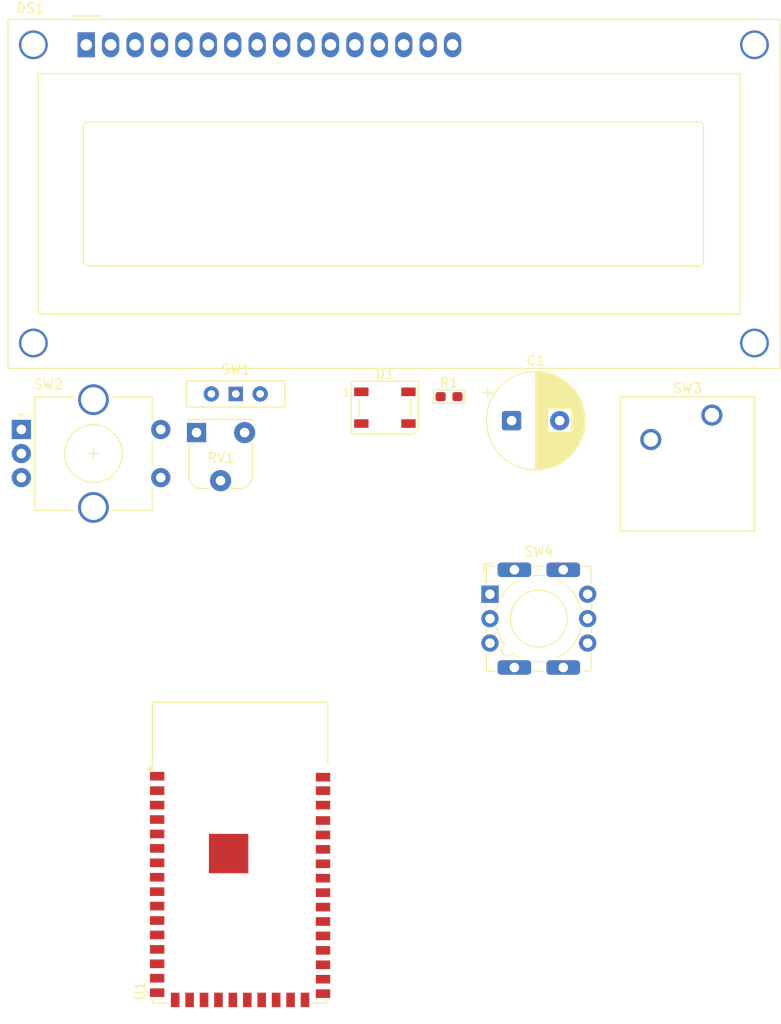
<source format=kicad_pcb>
(kicad_pcb (version 20241229) (generator "pcbnew") (generator_version "9.0")
  (layers (0 "F.Cu" signal) (2 "B.Cu" signal) (13 "F.Paste" user) (15 "B.Paste" user) (5 "F.SilkS" user "F.Silkscreen") (7 "B.SilkS" user "B.Silkscreen") (1 "F.Mask" user) (3 "B.Mask" user) (25 "Edge.Cuts" user))
  (net 0 "")
  (net 1 "Net-(C1-Pad2)")
  (net 2 "/5v_led_booster/VDD")
  (net 3 "VSS")
  (net 4 "/key_switch/LED_DOUT")
  (net 5 "/key_switch/LED_DIN")
  (net 6 "/key_switch/VDD_led")
  (net 11 "Net-(DS1-LED(+))")
  (net 12 "Net-(DS1-VDD)")
  (net 21 "GND")
  (net 22 "/5v_led_booster/VSS")
  (net 24 "/display/VDD_SCREEN")
  (net 25 "/system_speech/MP")
  (net 26 "/system_speech/VSS - WINDOWS")
  (net 27 "/system_speech/VSS - LINUX")
  (net 28 "/system_speech/VSS - MAC")
  (net 29 "/system_speech/VCC")
  (net 30 "/system_speech/VSS - RAW")
  (net 32 "/logic/ID41")
  (net 33 "/logic/GND")
  (net 34 "/logic/EN")
  (net 35 "/logic/ID16")
  (net 36 "/logic/USB_D +")
  (net 37 "/logic/USB_D -")
  (net 38 "/logic/ID08")
  (net 39 "/logic/ID14")
  (net 40 "/logic/ID02")
  (net 41 "/logic/ID34")
  (net 42 "/logic/ID09")
  (net 43 "/logic/ID33")
  (net 44 "/logic/ID39")
  (net 45 "/logic/ID07")
  (net 46 "/logic/ID40")
  (net 47 "/logic/ID42")
  (net 48 "/logic/ID06")
  (net 49 "/logic/ID36")
  (net 50 "/logic/ID21")
  (net 51 "/logic/ID03")
  (net 52 "/logic/TXD0")
  (net 53 "/logic/ID01")
  (net 54 "/logic/3v3")
  (net 55 "/logic/ID05")
  (net 56 "/logic/ID38")
  (net 57 "/logic/ID00")
  (net 58 "/logic/ID45")
  (net 59 "/logic/ID11")
  (net 60 "/logic/ID18")
  (net 61 "/logic/ID13")
  (net 62 "/logic/ID35")
  (net 63 "/logic/RXD0")
  (net 64 "/logic/ID37")
  (net 65 "/logic/ID04")
  (net 66 "/logic/ID15")
  (net 67 "/logic/ID46")
  (net 68 "/logic/ID10")
  (net 69 "/logic/ID12")
  (net 70 "/logic/ID17")
  (net 71 "/logic/ID26")
  (net 74 "/display/SW1_IN")
  (net 76 "/display/SW1_OUT")
  (net 78 "/key_switch/VDD_SW")
  (net 79 "/key_switch/GND")
  (footprint "PCM_SL_Devices:Potentiometer_RM065" (layer "F.Cu") (at 85.39 76.27)
    (property "Reference" "RV1" (at 0 0.6 0) (layer "F.SilkS"))
    (property "Value" "potentiometer_RM065")
    (fp_line (start -3.34 -3.4) (end -3.34 -3.2) (stroke (width 0.12)) (layer "F.SilkS"))
    (fp_line (start -3.34 -3.4) (end 3.28 -3.4) (stroke (width 0.12)) (layer "F.SilkS"))
    (fp_line (start -3.34 2.47) (end -3.34 -0.9) (stroke (width 0.12)) (layer "F.SilkS"))
    (fp_line (start -1.2 3.78) (end -2.03 3.78) (stroke (width 0.12)) (layer "F.SilkS"))
    (fp_line (start 1.97 3.78) (end 1.1 3.78) (stroke (width 0.12)) (layer "F.SilkS"))
    (fp_line (start 3.28 -3.4) (end 3.28 -3.2) (stroke (width 0.12)) (layer "F.SilkS"))
    (fp_line (start 3.28 -0.9) (end 3.28 2.47) (stroke (width 0.12)) (layer "F.SilkS"))
    (fp_arc (start -2.03 3.78) (mid -2.95631 3.39631) (end -3.34 2.47) (stroke (width 0.12)) (layer "F.SilkS"))
    (fp_arc (start 3.28 2.47) (mid 2.89631 3.39631) (end 1.97 3.78) (stroke (width 0.12)) (layer "F.SilkS"))
    (pad "1" thru_hole rect (at -2.53 -2.03) (size 2 2) (drill 1) (layers "*.Cu" "*.Mask") (net 11 "Net-(DS1-LED(+))"))
    (pad "2" thru_hole circle (at -0.03 2.97) (size 2.2 2.2) (drill 1) (layers "*.Cu" "*.Mask"))
    (pad "3" thru_hole circle (at 2.47 -2.03) (size 2.2 2.2) (drill 1) (layers "*.Cu" "*.Mask") (net 12 "Net-(DS1-VDD)"))
  )
  (footprint "Display:WC1602A" (layer "F.Cu") (at 71.39 33.925)
    (property "Reference" "DS1" (at -5.82 -3.81 0) (layer "F.SilkS"))
    (property "Value" "WC1602A")
    (fp_line (start -8.14 -2.64) (end -8.14 33.64) (stroke (width 0.12)) (layer "F.SilkS"))
    (fp_line (start -8.14 33.64) (end 72.14 33.64) (stroke (width 0.12)) (layer "F.SilkS"))
    (fp_line (start -8.13 -2.64) (end -7.34 -2.64) (stroke (width 0.12)) (layer "F.SilkS"))
    (fp_line (start -5 3) (end 68 3) (stroke (width 0.12)) (layer "F.SilkS"))
    (fp_line (start -5 28) (end -5 3) (stroke (width 0.12)) (layer "F.SilkS"))
    (fp_line (start -1.5 -3) (end 1.5 -3) (stroke (width 0.12)) (layer "F.SilkS"))
    (fp_line (start -0.29972 22.49932) (end -0.29972 8.5) (stroke (width 0.12)) (layer "F.SilkS"))
    (fp_line (start 0.2 8) (end 63.7 8) (stroke (width 0.12)) (layer "F.SilkS"))
    (fp_line (start 63.70066 23) (end 0.2 23) (stroke (width 0.12)) (layer "F.SilkS"))
    (fp_line (start 64.2 8.5) (end 64.2 22.5) (stroke (width 0.12)) (layer "F.SilkS"))
    (fp_line (start 68 3) (end 68 28) (stroke (width 0.12)) (layer "F.SilkS"))
    (fp_line (start 68 28) (end -5 28) (stroke (width 0.12)) (layer "F.SilkS"))
    (fp_line (start 72.14 -2.64) (end -7.34 -2.64) (stroke (width 0.12)) (layer "F.SilkS"))
    (fp_line (start 72.14 33.64) (end 72.14 -2.64) (stroke (width 0.12)) (layer "F.SilkS"))
    (fp_arc (start -0.29972 8.49884) (mid -0.153162 8.145018) (end 0.20066 7.99846) (stroke (width 0.12)) (layer "F.SilkS"))
    (fp_arc (start 0.20066 22.9997) (mid -0.153162 22.853142) (end -0.29972 22.49932) (stroke (width 0.12)) (layer "F.SilkS"))
    (fp_arc (start 63.7 8) (mid 64.053553 8.146447) (end 64.2 8.5) (stroke (width 0.12)) (layer "F.SilkS"))
    (fp_arc (start 64.20104 22.49932) (mid 64.054482 22.853142) (end 63.70066 22.9997) (stroke (width 0.12)) (layer "F.SilkS"))
    (pad "" thru_hole circle (at -5.4991 0) (size 3 3) (drill 2.5) (layers "*.Cu" "*.Mask"))
    (pad "" thru_hole circle (at -5.4991 31.0007) (size 3 3) (drill 2.5) (layers "*.Cu" "*.Mask"))
    (pad "" thru_hole circle (at 69.49948 31.0007) (size 3 3) (drill 2.5) (layers "*.Cu" "*.Mask"))
    (pad "" thru_hole circle (at 69.5 0) (size 3 3) (drill 2.5) (layers "*.Cu" "*.Mask"))
    (pad "1" thru_hole rect (at 0 0) (size 1.8 2.6) (drill 1.2) (layers "*.Cu" "*.Mask") (net 3 "VSS"))
    (pad "2" thru_hole oval (at 2.54 0) (size 1.8 2.6) (drill 1.2) (layers "*.Cu" "*.Mask") (net 12 "Net-(DS1-VDD)"))
    (pad "3" thru_hole oval (at 5.08 0) (size 1.8 2.6) (drill 1.2) (layers "*.Cu" "*.Mask"))
    (pad "4" thru_hole oval (at 7.62 0) (size 1.8 2.6) (drill 1.2) (layers "*.Cu" "*.Mask"))
    (pad "5" thru_hole oval (at 10.16 0) (size 1.8 2.6) (drill 1.2) (layers "*.Cu" "*.Mask"))
    (pad "6" thru_hole oval (at 12.7 0) (size 1.8 2.6) (drill 1.2) (layers "*.Cu" "*.Mask"))
    (pad "7" thru_hole oval (at 15.24 0) (size 1.8 2.6) (drill 1.2) (layers "*.Cu" "*.Mask"))
    (pad "8" thru_hole oval (at 17.78 0) (size 1.8 2.6) (drill 1.2) (layers "*.Cu" "*.Mask"))
    (pad "9" thru_hole oval (at 20.32 0) (size 1.8 2.6) (drill 1.2) (layers "*.Cu" "*.Mask"))
    (pad "10" thru_hole oval (at 22.86 0) (size 1.8 2.6) (drill 1.2) (layers "*.Cu" "*.Mask"))
    (pad "11" thru_hole oval (at 25.4 0) (size 1.8 2.6) (drill 1.2) (layers "*.Cu" "*.Mask"))
    (pad "12" thru_hole oval (at 27.94 0) (size 1.8 2.6) (drill 1.2) (layers "*.Cu" "*.Mask"))
    (pad "13" thru_hole oval (at 30.48 0) (size 1.8 2.6) (drill 1.2) (layers "*.Cu" "*.Mask"))
    (pad "14" thru_hole oval (at 33.02 0) (size 1.8 2.6) (drill 1.2) (layers "*.Cu" "*.Mask"))
    (pad "15" thru_hole oval (at 35.56 0) (size 1.8 2.6) (drill 1.2) (layers "*.Cu" "*.Mask") (net 11 "Net-(DS1-LED(+))"))
    (pad "16" thru_hole oval (at 38.1 0) (size 1.8 2.6) (drill 1.2) (layers "*.Cu" "*.Mask") (net 21 "GND"))
  )
  (footprint "PCM_Resistor_SMD_AKL:R_0603_1608Metric_Pad1.05x0.95mm_HandSolder" (layer "F.Cu") (at 109.125 70.5)
    (property "Reference" "R1" (at 0 -1.43 0) (layer "F.SilkS"))
    (property "Value" "330R_0603")
    (fp_line (start -1.651 -0.6985) (end -1.651 0.6985) (stroke (width 0.12)) (layer "F.SilkS"))
    (fp_line (start -1.651 0.6985) (end 1.651 0.6985) (stroke (width 0.12)) (layer "F.SilkS"))
    (fp_line (start 1.651 -0.6985) (end -1.651 -0.6985) (stroke (width 0.12)) (layer "F.SilkS"))
    (fp_line (start 1.651 0.6985) (end 1.651 -0.6985) (stroke (width 0.12)) (layer "F.SilkS"))
    (pad "1" smd roundrect (at -0.875 0) (size 1.05 0.95) (layers "F.Cu" "F.Mask" "F.Paste") (net 22 "/5v_led_booster/VSS"))
    (pad "2" smd roundrect (at 0.875 0) (size 1.05 0.95) (layers "F.Cu" "F.Mask" "F.Paste") (net 1 "Net-(C1-Pad2)"))
  )
  (footprint "Button_Switch_Keyboard:SW_Cherry_MX_1.00u_PCB" (layer "F.Cu") (at 136.46 72.42)
    (property "Reference" "SW3" (at -2.54 -2.794 0) (layer "F.SilkS"))
    (property "Value" "SW_SPST")
    (fp_line (start -9.525 -1.905) (end 4.445 -1.905) (stroke (width 0.12)) (layer "F.SilkS"))
    (fp_line (start -9.525 12.065) (end -9.525 -1.905) (stroke (width 0.12)) (layer "F.SilkS"))
    (fp_line (start 4.445 -1.905) (end 4.445 12.065) (stroke (width 0.12)) (layer "F.SilkS"))
    (fp_line (start 4.445 12.065) (end -9.525 12.065) (stroke (width 0.12)) (layer "F.SilkS"))
    (pad "" np_thru_hole circle (at -7.62 5.08) (size 1.7 1.7) (drill 1.7) (layers "*.Cu" "*.Mask"))
    (pad "" np_thru_hole circle (at -2.54 5.08) (size 4 4) (drill 4) (layers "*.Cu" "*.Mask"))
    (pad "" np_thru_hole circle (at 2.54 5.08) (size 1.7 1.7) (drill 1.7) (layers "*.Cu" "*.Mask"))
    (pad "1" thru_hole circle (at 0 0) (size 2.2 2.2) (drill 1.5) (layers "*.Cu" "*.Mask") (net 78 "/key_switch/VDD_SW"))
    (pad "2" thru_hole circle (at -6.35 2.54) (size 2.2 2.2) (drill 1.5) (layers "*.Cu" "*.Mask") (net 79 "/key_switch/GND"))
  )
  (footprint "Button_Switch_THT:SW_Slide-03_Wuerth-WS-SLTV_10x2.5x6.4_P2.54mm" (layer "F.Cu") (at 86.94 70.22)
    (property "Reference" "SW1" (at 0 -2.54 0) (layer "F.SilkS"))
    (property "Value" "SW_Wuerth_450301014042")
    (fp_rect (start -5.11 -1.36) (end 5.11 1.36) (stroke (width 0.12)) (fill no) (layer "F.SilkS"))
    (pad "1" thru_hole rect (at 0 0) (size 1.5 1.5) (drill 0.8) (layers "*.Cu" "*.Mask") (net 24 "/display/VDD_SCREEN"))
    (pad "2" thru_hole circle (at -2.54 0) (size 1.6 1.6) (drill 0.8) (layers "*.Cu" "*.Mask") (net 12 "Net-(DS1-VDD)"))
    (pad "3" thru_hole circle (at 2.54 0) (size 1.6 1.6) (drill 0.8) (layers "*.Cu" "*.Mask") (net 21 "GND"))
  )
  (footprint "RF_Module:ESP32-S2-WROVER" (layer "F.Cu") (at 87.39 121.74)
    (property "Reference" "U1" (at -10.41 10.53 90) (layer "F.SilkS"))
    (property "Value" "ESP32-S2-WROVER")
    (fp_line (start -9.125 -19.45) (end 9.13 -19.45) (stroke (width 0.12)) (layer "F.SilkS"))
    (fp_line (start -9.125 -13.2) (end -9.125 -19.45) (stroke (width 0.12)) (layer "F.SilkS"))
    (fp_line (start -9.12 11.44) (end -9.12 11.8) (stroke (width 0.12)) (layer "F.SilkS"))
    (fp_line (start -9.12 11.8) (end -7.46 11.8) (stroke (width 0.12)) (layer "F.SilkS"))
    (fp_line (start 9.12 11.54) (end 9.12 11.8) (stroke (width 0.12)) (layer "F.SilkS"))
    (fp_line (start 9.12 11.8) (end 7.46 11.8) (stroke (width 0.12)) (layer "F.SilkS"))
    (fp_line (start 9.13 -13.03) (end 9.13 -19.45) (stroke (width 0.12)) (layer "F.SilkS"))
    (fp_poly (pts (xy -9.125 -12.475) (xy -9.625 -12.475) (xy -9.125 -12.975) (xy -9.125 -12.475)) (stroke (width 0.12)) (fill yes) (layer "F.SilkS"))
    (pad "1" smd rect (at -8.625 -11.775) (size 1.5 0.9) (layers "F.Cu" "F.Mask" "F.Paste") (net 33 "/logic/GND"))
    (pad "2" smd rect (at -8.625 -10.275) (size 1.5 0.9) (layers "F.Cu" "F.Mask" "F.Paste") (net 54 "/logic/3v3"))
    (pad "3" smd rect (at -8.625 -8.775) (size 1.5 0.9) (layers "F.Cu" "F.Mask" "F.Paste") (net 57 "/logic/ID00"))
    (pad "4" smd rect (at -8.625 -7.275) (size 1.5 0.9) (layers "F.Cu" "F.Mask" "F.Paste") (net 53 "/logic/ID01"))
    (pad "5" smd rect (at -8.625 -5.775) (size 1.5 0.9) (layers "F.Cu" "F.Mask" "F.Paste") (net 40 "/logic/ID02"))
    (pad "6" smd rect (at -8.625 -4.275) (size 1.5 0.9) (layers "F.Cu" "F.Mask" "F.Paste") (net 51 "/logic/ID03"))
    (pad "7" smd rect (at -8.625 -2.775) (size 1.5 0.9) (layers "F.Cu" "F.Mask" "F.Paste") (net 65 "/logic/ID04"))
    (pad "8" smd rect (at -8.625 -1.275) (size 1.5 0.9) (layers "F.Cu" "F.Mask" "F.Paste") (net 55 "/logic/ID05"))
    (pad "9" smd rect (at -8.625 0.225) (size 1.5 0.9) (layers "F.Cu" "F.Mask" "F.Paste") (net 48 "/logic/ID06"))
    (pad "10" smd rect (at -8.625 1.725) (size 1.5 0.9) (layers "F.Cu" "F.Mask" "F.Paste") (net 45 "/logic/ID07"))
    (pad "11" smd rect (at -8.625 3.225) (size 1.5 0.9) (layers "F.Cu" "F.Mask" "F.Paste") (net 38 "/logic/ID08"))
    (pad "12" smd rect (at -8.625 4.725) (size 1.5 0.9) (layers "F.Cu" "F.Mask" "F.Paste") (net 42 "/logic/ID09"))
    (pad "13" smd rect (at -8.625 6.225) (size 1.5 0.9) (layers "F.Cu" "F.Mask" "F.Paste") (net 68 "/logic/ID10"))
    (pad "14" smd rect (at -8.625 7.725) (size 1.5 0.9) (layers "F.Cu" "F.Mask" "F.Paste") (net 59 "/logic/ID11"))
    (pad "15" smd rect (at -8.625 9.225 180) (size 1.5 0.9) (layers "F.Cu" "F.Mask" "F.Paste") (net 69 "/logic/ID12"))
    (pad "16" smd rect (at -8.625 10.725 180) (size 1.5 0.9) (layers "F.Cu" "F.Mask" "F.Paste") (net 61 "/logic/ID13"))
    (pad "17" smd rect (at -6.75 11.475) (size 0.9 1.5) (layers "F.Cu" "F.Mask" "F.Paste") (net 39 "/logic/ID14"))
    (pad "18" smd rect (at -5.25 11.475) (size 0.9 1.5) (layers "F.Cu" "F.Mask" "F.Paste") (net 66 "/logic/ID15"))
    (pad "19" smd rect (at -3.75 11.475) (size 0.9 1.5) (layers "F.Cu" "F.Mask" "F.Paste") (net 35 "/logic/ID16"))
    (pad "20" smd rect (at -2.25 11.475) (size 0.9 1.5) (layers "F.Cu" "F.Mask" "F.Paste") (net 70 "/logic/ID17"))
    (pad "21" smd rect (at -0.75 11.475) (size 0.9 1.5) (layers "F.Cu" "F.Mask" "F.Paste") (net 60 "/logic/ID18"))
    (pad "22" smd rect (at 0.75 11.475) (size 0.9 1.5) (layers "F.Cu" "F.Mask" "F.Paste") (net 37 "/logic/USB_D -"))
    (pad "23" smd rect (at 2.25 11.475) (size 0.9 1.5) (layers "F.Cu" "F.Mask" "F.Paste") (net 36 "/logic/USB_D +"))
    (pad "24" smd rect (at 3.75 11.475) (size 0.9 1.5) (layers "F.Cu" "F.Mask" "F.Paste") (net 50 "/logic/ID21"))
    (pad "25" smd rect (at 5.25 11.475) (size 0.9 1.5) (layers "F.Cu" "F.Mask" "F.Paste") (net 71 "/logic/ID26"))
    (pad "26" smd rect (at 6.75 11.475) (size 0.9 1.5) (layers "F.Cu" "F.Mask" "F.Paste") (net 33 "/logic/GND"))
    (pad "27" smd rect (at 8.625 10.825) (size 1.5 0.9) (layers "F.Cu" "F.Mask" "F.Paste") (net 43 "/logic/ID33"))
    (pad "28" smd rect (at 8.625 9.325) (size 1.5 0.9) (layers "F.Cu" "F.Mask" "F.Paste") (net 41 "/logic/ID34"))
    (pad "29" smd rect (at 8.625 7.825) (size 1.5 0.9) (layers "F.Cu" "F.Mask" "F.Paste") (net 62 "/logic/ID35"))
    (pad "30" smd rect (at 8.625 6.325) (size 1.5 0.9) (layers "F.Cu" "F.Mask" "F.Paste") (net 49 "/logic/ID36"))
    (pad "31" smd rect (at 8.625 4.825) (size 1.5 0.9) (layers "F.Cu" "F.Mask" "F.Paste") (net 64 "/logic/ID37"))
    (pad "32" smd rect (at 8.625 3.325) (size 1.5 0.9) (layers "F.Cu" "F.Mask" "F.Paste") (net 56 "/logic/ID38"))
    (pad "33" smd rect (at 8.625 1.825) (size 1.5 0.9) (layers "F.Cu" "F.Mask" "F.Paste") (net 44 "/logic/ID39"))
    (pad "34" smd rect (at 8.625 0.325) (size 1.5 0.9) (layers "F.Cu" "F.Mask" "F.Paste") (net 46 "/logic/ID40"))
    (pad "35" smd rect (at 8.625 -1.175) (size 1.5 0.9) (layers "F.Cu" "F.Mask" "F.Paste") (net 32 "/logic/ID41"))
    (pad "36" smd rect (at 8.625 -2.675) (size 1.5 0.9) (layers "F.Cu" "F.Mask" "F.Paste") (net 47 "/logic/ID42"))
    (pad "37" smd rect (at 8.625 -4.175) (size 1.5 0.9) (layers "F.Cu" "F.Mask" "F.Paste") (net 52 "/logic/TXD0"))
    (pad "38" smd rect (at 8.625 -5.675) (size 1.5 0.9) (layers "F.Cu" "F.Mask" "F.Paste") (net 63 "/logic/RXD0"))
    (pad "39" smd rect (at 8.625 -7.175) (size 1.5 0.9) (layers "F.Cu" "F.Mask" "F.Paste") (net 58 "/logic/ID45"))
    (pad "40" smd rect (at 8.625 -8.775) (size 1.5 0.9) (layers "F.Cu" "F.Mask" "F.Paste") (net 67 "/logic/ID46"))
    (pad "41" smd rect (at 8.625 -10.275) (size 1.5 0.9) (layers "F.Cu" "F.Mask" "F.Paste") (net 34 "/logic/EN"))
    (pad "42" smd rect (at 8.625 -11.675) (size 1.5 0.9) (layers "F.Cu" "F.Mask" "F.Paste") (net 33 "/logic/GND"))
    (pad "43" smd rect (at -1.19 -3.735) (size 4.1 4.1) (property pad_prop_heatsink) (layers "F.Cu" "F.Mask") (net 33 "/logic/GND"))
  )
  (footprint "Capacitor_THT:CP_Radial_D10.0mm_P5.00mm" (layer "F.Cu") (at 115.632323 73)
    (property "Reference" "C1" (at 2.5 -6.25 0) (layer "F.SilkS"))
    (property "Value" "1000uF_16V")
    (fp_line (start -2.979646 -2.875) (end -1.979646 -2.875) (stroke (width 0.12)) (layer "F.SilkS"))
    (fp_line (start -2.479646 -3.375) (end -2.479646 -2.375) (stroke (width 0.12)) (layer "F.SilkS"))
    (fp_line (start 2.5 -5.08) (end 2.5 5.08) (stroke (width 0.12)) (layer "F.SilkS"))
    (fp_line (start 2.54 -5.08) (end 2.54 5.08) (stroke (width 0.12)) (layer "F.SilkS"))
    (fp_line (start 2.58 -5.079) (end 2.58 5.079) (stroke (width 0.12)) (layer "F.SilkS"))
    (fp_line (start 2.62 -5.079) (end 2.62 5.079) (stroke (width 0.12)) (layer "F.SilkS"))
    (fp_line (start 2.66 -5.077) (end 2.66 5.077) (stroke (width 0.12)) (layer "F.SilkS"))
    (fp_line (start 2.7 -5.076) (end 2.7 5.076) (stroke (width 0.12)) (layer "F.SilkS"))
    (fp_line (start 2.74 -5.074) (end 2.74 5.074) (stroke (width 0.12)) (layer "F.SilkS"))
    (fp_line (start 2.78 -5.072) (end 2.78 5.072) (stroke (width 0.12)) (layer "F.SilkS"))
    (fp_line (start 2.82 -5.07) (end 2.82 5.07) (stroke (width 0.12)) (layer "F.SilkS"))
    (fp_line (start 2.86 -5.067) (end 2.86 5.067) (stroke (width 0.12)) (layer "F.SilkS"))
    (fp_line (start 2.9 -5.064) (end 2.9 5.064) (stroke (width 0.12)) (layer "F.SilkS"))
    (fp_line (start 2.94 -5.061) (end 2.94 5.061) (stroke (width 0.12)) (layer "F.SilkS"))
    (fp_line (start 2.98 -5.057) (end 2.98 5.057) (stroke (width 0.12)) (layer "F.SilkS"))
    (fp_line (start 3.02 -5.054) (end 3.02 5.054) (stroke (width 0.12)) (layer "F.SilkS"))
    (fp_line (start 3.06 -5.049) (end 3.06 5.049) (stroke (width 0.12)) (layer "F.SilkS"))
    (fp_line (start 3.1 -5.045) (end 3.1 5.045) (stroke (width 0.12)) (layer "F.SilkS"))
    (fp_line (start 3.14 -5.04) (end 3.14 5.04) (stroke (width 0.12)) (layer "F.SilkS"))
    (fp_line (start 3.18 -5.035) (end 3.18 5.035) (stroke (width 0.12)) (layer "F.SilkS"))
    (fp_line (start 3.22 -5.029) (end 3.22 5.029) (stroke (width 0.12)) (layer "F.SilkS"))
    (fp_line (start 3.26 -5.023) (end 3.26 5.023) (stroke (width 0.12)) (layer "F.SilkS"))
    (fp_line (start 3.3 -5.017) (end 3.3 5.017) (stroke (width 0.12)) (layer "F.SilkS"))
    (fp_line (start 3.34 -5.011) (end 3.34 5.011) (stroke (width 0.12)) (layer "F.SilkS"))
    (fp_line (start 3.38 -5.004) (end 3.38 5.004) (stroke (width 0.12)) (layer "F.SilkS"))
    (fp_line (start 3.42 -4.997) (end 3.42 4.997) (stroke (width 0.12)) (layer "F.SilkS"))
    (fp_line (start 3.46 -4.989) (end 3.46 4.989) (stroke (width 0.12)) (layer "F.SilkS"))
    (fp_line (start 3.5 -4.981) (end 3.5 4.981) (stroke (width 0.12)) (layer "F.SilkS"))
    (fp_line (start 3.54 -4.973) (end 3.54 4.973) (stroke (width 0.12)) (layer "F.SilkS"))
    (fp_line (start 3.58 -4.965) (end 3.58 4.965) (stroke (width 0.12)) (layer "F.SilkS"))
    (fp_line (start 3.62 -4.956) (end 3.62 4.956) (stroke (width 0.12)) (layer "F.SilkS"))
    (fp_line (start 3.66 -4.947) (end 3.66 4.947) (stroke (width 0.12)) (layer "F.SilkS"))
    (fp_line (start 3.7 -4.937) (end 3.7 4.937) (stroke (width 0.12)) (layer "F.SilkS"))
    (fp_line (start 3.74 -4.928) (end 3.74 4.928) (stroke (width 0.12)) (layer "F.SilkS"))
    (fp_line (start 3.78 -4.917) (end 3.78 -1.24) (stroke (width 0.12)) (layer "F.SilkS"))
    (fp_line (start 3.78 1.24) (end 3.78 4.917) (stroke (width 0.12)) (layer "F.SilkS"))
    (fp_line (start 3.82 -4.907) (end 3.82 -1.24) (stroke (width 0.12)) (layer "F.SilkS"))
    (fp_line (start 3.82 1.24) (end 3.82 4.907) (stroke (width 0.12)) (layer "F.SilkS"))
    (fp_line (start 3.86 -4.896) (end 3.86 -1.24) (stroke (width 0.12)) (layer "F.SilkS"))
    (fp_line (start 3.86 1.24) (end 3.86 4.896) (stroke (width 0.12)) (layer "F.SilkS"))
    (fp_line (start 3.9 -4.885) (end 3.9 -1.24) (stroke (width 0.12)) (layer "F.SilkS"))
    (fp_line (start 3.9 1.24) (end 3.9 4.885) (stroke (width 0.12)) (layer "F.SilkS"))
    (fp_line (start 3.94 -4.873) (end 3.94 -1.24) (stroke (width 0.12)) (layer "F.SilkS"))
    (fp_line (start 3.94 1.24) (end 3.94 4.873) (stroke (width 0.12)) (layer "F.SilkS"))
    (fp_line (start 3.98 -4.861) (end 3.98 -1.24) (stroke (width 0.12)) (layer "F.SilkS"))
    (fp_line (start 3.98 1.24) (end 3.98 4.861) (stroke (width 0.12)) (layer "F.SilkS"))
    (fp_line (start 4.02 -4.849) (end 4.02 -1.24) (stroke (width 0.12)) (layer "F.SilkS"))
    (fp_line (start 4.02 1.24) (end 4.02 4.849) (stroke (width 0.12)) (layer "F.SilkS"))
    (fp_line (start 4.06 -4.837) (end 4.06 -1.24) (stroke (width 0.12)) (layer "F.SilkS"))
    (fp_line (start 4.06 1.24) (end 4.06 4.837) (stroke (width 0.12)) (layer "F.SilkS"))
    (fp_line (start 4.1 -4.824) (end 4.1 -1.24) (stroke (width 0.12)) (layer "F.SilkS"))
    (fp_line (start 4.1 1.24) (end 4.1 4.824) (stroke (width 0.12)) (layer "F.SilkS"))
    (fp_line (start 4.14 -4.81) (end 4.14 -1.24) (stroke (width 0.12)) (layer "F.SilkS"))
    (fp_line (start 4.14 1.24) (end 4.14 4.81) (stroke (width 0.12)) (layer "F.SilkS"))
    (fp_line (start 4.18 -4.797) (end 4.18 -1.24) (stroke (width 0.12)) (layer "F.SilkS"))
    (fp_line (start 4.18 1.24) (end 4.18 4.797) (stroke (width 0.12)) (layer "F.SilkS"))
    (fp_line (start 4.22 -4.782) (end 4.22 -1.24) (stroke (width 0.12)) (layer "F.SilkS"))
    (fp_line (start 4.22 1.24) (end 4.22 4.782) (stroke (width 0.12)) (layer "F.SilkS"))
    (fp_line (start 4.26 -4.768) (end 4.26 -1.24) (stroke (width 0.12)) (layer "F.SilkS"))
    (fp_line (start 4.26 1.24) (end 4.26 4.768) (stroke (width 0.12)) (layer "F.SilkS"))
    (fp_line (start 4.3 -4.753) (end 4.3 -1.24) (stroke (width 0.12)) (layer "F.SilkS"))
    (fp_line (start 4.3 1.24) (end 4.3 4.753) (stroke (width 0.12)) (layer "F.SilkS"))
    (fp_line (start 4.34 -4.738) (end 4.34 -1.24) (stroke (width 0.12)) (layer "F.SilkS"))
    (fp_line (start 4.34 1.24) (end 4.34 4.738) (stroke (width 0.12)) (layer "F.SilkS"))
    (fp_line (start 4.38 -4.722) (end 4.38 -1.24) (stroke (width 0.12)) (layer "F.SilkS"))
    (fp_line (start 4.38 1.24) (end 4.38 4.722) (stroke (width 0.12)) (layer "F.SilkS"))
    (fp_line (start 4.42 -4.706) (end 4.42 -1.24) (stroke (width 0.12)) (layer "F.SilkS"))
    (fp_line (start 4.42 1.24) (end 4.42 4.706) (stroke (width 0.12)) (layer "F.SilkS"))
    (fp_line (start 4.46 -4.69) (end 4.46 -1.24) (stroke (width 0.12)) (layer "F.SilkS"))
    (fp_line (start 4.46 1.24) (end 4.46 4.69) (stroke (width 0.12)) (layer "F.SilkS"))
    (fp_line (start 4.5 -4.673) (end 4.5 -1.24) (stroke (width 0.12)) (layer "F.SilkS"))
    (fp_line (start 4.5 1.24) (end 4.5 4.673) (stroke (width 0.12)) (layer "F.SilkS"))
    (fp_line (start 4.54 -4.656) (end 4.54 -1.24) (stroke (width 0.12)) (layer "F.SilkS"))
    (fp_line (start 4.54 1.24) (end 4.54 4.656) (stroke (width 0.12)) (layer "F.SilkS"))
    (fp_line (start 4.58 -4.638) (end 4.58 -1.24) (stroke (width 0.12)) (layer "F.SilkS"))
    (fp_line (start 4.58 1.24) (end 4.58 4.638) (stroke (width 0.12)) (layer "F.SilkS"))
    (fp_line (start 4.62 -4.62) (end 4.62 -1.24) (stroke (width 0.12)) (layer "F.SilkS"))
    (fp_line (start 4.62 1.24) (end 4.62 4.62) (stroke (width 0.12)) (layer "F.SilkS"))
    (fp_line (start 4.66 -4.602) (end 4.66 -1.24) (stroke (width 0.12)) (layer "F.SilkS"))
    (fp_line (start 4.66 1.24) (end 4.66 4.602) (stroke (width 0.12)) (layer "F.SilkS"))
    (fp_line (start 4.7 -4.583) (end 4.7 -1.24) (stroke (width 0.12)) (layer "F.SilkS"))
    (fp_line (start 4.7 1.24) (end 4.7 4.583) (stroke (width 0.12)) (layer "F.SilkS"))
    (fp_line (start 4.74 -4.564) (end 4.74 -1.24) (stroke (width 0.12)) (layer "F.SilkS"))
    (fp_line (start 4.74 1.24) (end 4.74 4.564) (stroke (width 0.12)) (layer "F.SilkS"))
    (fp_line (start 4.78 -4.544) (end 4.78 -1.24) (stroke (width 0.12)) (layer "F.SilkS"))
    (fp_line (start 4.78 1.24) (end 4.78 4.544) (stroke (width 0.12)) (layer "F.SilkS"))
    (fp_line (start 4.82 -4.524) (end 4.82 -1.24) (stroke (width 0.12)) (layer "F.SilkS"))
    (fp_line (start 4.82 1.24) (end 4.82 4.524) (stroke (width 0.12)) (layer "F.SilkS"))
    (fp_line (start 4.86 -4.504) (end 4.86 -1.24) (stroke (width 0.12)) (layer "F.SilkS"))
    (fp_line (start 4.86 1.24) (end 4.86 4.504) (stroke (width 0.12)) (layer "F.SilkS"))
    (fp_line (start 4.9 -4.483) (end 4.9 -1.24) (stroke (width 0.12)) (layer "F.SilkS"))
    (fp_line (start 4.9 1.24) (end 4.9 4.483) (stroke (width 0.12)) (layer "F.SilkS"))
    (fp_line (start 4.94 -4.461) (end 4.94 -1.24) (stroke (width 0.12)) (layer "F.SilkS"))
    (fp_line (start 4.94 1.24) (end 4.94 4.461) (stroke (width 0.12)) (layer "F.SilkS"))
    (fp_line (start 4.98 -4.439) (end 4.98 -1.24) (stroke (width 0.12)) (layer "F.SilkS"))
    (fp_line (start 4.98 1.24) (end 4.98 4.439) (stroke (width 0.12)) (layer "F.SilkS"))
    (fp_line (start 5.02 -4.417) (end 5.02 -1.24) (stroke (width 0.12)) (layer "F.SilkS"))
    (fp_line (start 5.02 1.24) (end 5.02 4.417) (stroke (width 0.12)) (layer "F.SilkS"))
    (fp_line (start 5.06 -4.394) (end 5.06 -1.24) (stroke (width 0.12)) (layer "F.SilkS"))
    (fp_line (start 5.06 1.24) (end 5.06 4.394) (stroke (width 0.12)) (layer "F.SilkS"))
    (fp_line (start 5.1 -4.371) (end 5.1 -1.24) (stroke (width 0.12)) (layer "F.SilkS"))
    (fp_line (start 5.1 1.24) (end 5.1 4.371) (stroke (width 0.12)) (layer "F.SilkS"))
    (fp_line (start 5.14 -4.347) (end 5.14 -1.24) (stroke (width 0.12)) (layer "F.SilkS"))
    (fp_line (start 5.14 1.24) (end 5.14 4.347) (stroke (width 0.12)) (layer "F.SilkS"))
    (fp_line (start 5.18 -4.323) (end 5.18 -1.24) (stroke (width 0.12)) (layer "F.SilkS"))
    (fp_line (start 5.18 1.24) (end 5.18 4.323) (stroke (width 0.12)) (layer "F.SilkS"))
    (fp_line (start 5.22 -4.298) (end 5.22 -1.24) (stroke (width 0.12)) (layer "F.SilkS"))
    (fp_line (start 5.22 1.24) (end 5.22 4.298) (stroke (width 0.12)) (layer "F.SilkS"))
    (fp_line (start 5.26 -4.272) (end 5.26 -1.24) (stroke (width 0.12)) (layer "F.SilkS"))
    (fp_line (start 5.26 1.24) (end 5.26 4.272) (stroke (width 0.12)) (layer "F.SilkS"))
    (fp_line (start 5.3 -4.247) (end 5.3 -1.24) (stroke (width 0.12)) (layer "F.SilkS"))
    (fp_line (start 5.3 1.24) (end 5.3 4.247) (stroke (width 0.12)) (layer "F.SilkS"))
    (fp_line (start 5.34 -4.22) (end 5.34 -1.24) (stroke (width 0.12)) (layer "F.SilkS"))
    (fp_line (start 5.34 1.24) (end 5.34 4.22) (stroke (width 0.12)) (layer "F.SilkS"))
    (fp_line (start 5.38 -4.193) (end 5.38 -1.24) (stroke (width 0.12)) (layer "F.SilkS"))
    (fp_line (start 5.38 1.24) (end 5.38 4.193) (stroke (width 0.12)) (layer "F.SilkS"))
    (fp_line (start 5.42 -4.166) (end 5.42 -1.24) (stroke (width 0.12)) (layer "F.SilkS"))
    (fp_line (start 5.42 1.24) (end 5.42 4.166) (stroke (width 0.12)) (layer "F.SilkS"))
    (fp_line (start 5.46 -4.138) (end 5.46 -1.24) (stroke (width 0.12)) (layer "F.SilkS"))
    (fp_line (start 5.46 1.24) (end 5.46 4.138) (stroke (width 0.12)) (layer "F.SilkS"))
    (fp_line (start 5.5 -4.109) (end 5.5 -1.24) (stroke (width 0.12)) (layer "F.SilkS"))
    (fp_line (start 5.5 1.24) (end 5.5 4.109) (stroke (width 0.12)) (layer "F.SilkS"))
    (fp_line (start 5.54 -4.08) (end 5.54 -1.24) (stroke (width 0.12)) (layer "F.SilkS"))
    (fp_line (start 5.54 1.24) (end 5.54 4.08) (stroke (width 0.12)) (layer "F.SilkS"))
    (fp_line (start 5.58 -4.05) (end 5.58 -1.24) (stroke (width 0.12)) (layer "F.SilkS"))
    (fp_line (start 5.58 1.24) (end 5.58 4.05) (stroke (width 0.12)) (layer "F.SilkS"))
    (fp_line (start 5.62 -4.02) (end 5.62 -1.24) (stroke (width 0.12)) (layer "F.SilkS"))
    (fp_line (start 5.62 1.24) (end 5.62 4.02) (stroke (width 0.12)) (layer "F.SilkS"))
    (fp_line (start 5.66 -3.988) (end 5.66 -1.24) (stroke (width 0.12)) (layer "F.SilkS"))
    (fp_line (start 5.66 1.24) (end 5.66 3.988) (stroke (width 0.12)) (layer "F.SilkS"))
    (fp_line (start 5.7 -3.957) (end 5.7 -1.24) (stroke (width 0.12)) (layer "F.SilkS"))
    (fp_line (start 5.7 1.24) (end 5.7 3.957) (stroke (width 0.12)) (layer "F.SilkS"))
    (fp_line (start 5.74 -3.924) (end 5.74 -1.24) (stroke (width 0.12)) (layer "F.SilkS"))
    (fp_line (start 5.74 1.24) (end 5.74 3.924) (stroke (width 0.12)) (layer "F.SilkS"))
    (fp_line (start 5.78 -3.891) (end 5.78 -1.24) (stroke (width 0.12)) (layer "F.SilkS"))
    (fp_line (start 5.78 1.24) (end 5.78 3.891) (stroke (width 0.12)) (layer "F.SilkS"))
    (fp_line (start 5.82 -3.858) (end 5.82 -1.24) (stroke (width 0.12)) (layer "F.SilkS"))
    (fp_line (start 5.82 1.24) (end 5.82 3.858) (stroke (width 0.12)) (layer "F.SilkS"))
    (fp_line (start 5.86 -3.823) (end 5.86 -1.24) (stroke (width 0.12)) (layer "F.SilkS"))
    (fp_line (start 5.86 1.24) (end 5.86 3.823) (stroke (width 0.12)) (layer "F.SilkS"))
    (fp_line (start 5.9 -3.788) (end 5.9 -1.24) (stroke (width 0.12)) (layer "F.SilkS"))
    (fp_line (start 5.9 1.24) (end 5.9 3.788) (stroke (width 0.12)) (layer "F.SilkS"))
    (fp_line (start 5.94 -3.752) (end 5.94 -1.24) (stroke (width 0.12)) (layer "F.SilkS"))
    (fp_line (start 5.94 1.24) (end 5.94 3.752) (stroke (width 0.12)) (layer "F.SilkS"))
    (fp_line (start 5.98 -3.716) (end 5.98 -1.24) (stroke (width 0.12)) (layer "F.SilkS"))
    (fp_line (start 5.98 1.24) (end 5.98 3.716) (stroke (width 0.12)) (layer "F.SilkS"))
    (fp_line (start 6.02 -3.678) (end 6.02 -1.24) (stroke (width 0.12)) (layer "F.SilkS"))
    (fp_line (start 6.02 1.24) (end 6.02 3.678) (stroke (width 0.12)) (layer "F.SilkS"))
    (fp_line (start 6.06 -3.64) (end 6.06 -1.24) (stroke (width 0.12)) (layer "F.SilkS"))
    (fp_line (start 6.06 1.24) (end 6.06 3.64) (stroke (width 0.12)) (layer "F.SilkS"))
    (fp_line (start 6.1 -3.601) (end 6.1 -1.24) (stroke (width 0.12)) (layer "F.SilkS"))
    (fp_line (start 6.1 1.24) (end 6.1 3.601) (stroke (width 0.12)) (layer "F.SilkS"))
    (fp_line (start 6.14 -3.561) (end 6.14 -1.24) (stroke (width 0.12)) (layer "F.SilkS"))
    (fp_line (start 6.14 1.24) (end 6.14 3.561) (stroke (width 0.12)) (layer "F.SilkS"))
    (fp_line (start 6.18 -3.52) (end 6.18 -1.24) (stroke (width 0.12)) (layer "F.SilkS"))
    (fp_line (start 6.18 1.24) (end 6.18 3.52) (stroke (width 0.12)) (layer "F.SilkS"))
    (fp_line (start 6.22 -3.478) (end 6.22 -1.24) (stroke (width 0.12)) (layer "F.SilkS"))
    (fp_line (start 6.22 1.24) (end 6.22 3.478) (stroke (width 0.12)) (layer "F.SilkS"))
    (fp_line (start 6.26 -3.435) (end 6.26 3.435) (stroke (width 0.12)) (layer "F.SilkS"))
    (fp_line (start 6.3 -3.391) (end 6.3 3.391) (stroke (width 0.12)) (layer "F.SilkS"))
    (fp_line (start 6.34 -3.347) (end 6.34 3.347) (stroke (width 0.12)) (layer "F.SilkS"))
    (fp_line (start 6.38 -3.301) (end 6.38 3.301) (stroke (width 0.12)) (layer "F.SilkS"))
    (fp_line (start 6.42 -3.254) (end 6.42 3.254) (stroke (width 0.12)) (layer "F.SilkS"))
    (fp_line (start 6.46 -3.205) (end 6.46 3.205) (stroke (width 0.12)) (layer "F.SilkS"))
    (fp_line (start 6.5 -3.156) (end 6.5 3.156) (stroke (width 0.12)) (layer "F.SilkS"))
    (fp_line (start 6.54 -3.105) (end 6.54 3.105) (stroke (width 0.12)) (layer "F.SilkS"))
    (fp_line (start 6.58 -3.053) (end 6.58 3.053) (stroke (width 0.12)) (layer "F.SilkS"))
    (fp_line (start 6.62 -3) (end 6.62 3) (stroke (width 0.12)) (layer "F.SilkS"))
    (fp_line (start 6.66 -2.945) (end 6.66 2.945) (stroke (width 0.12)) (layer "F.SilkS"))
    (fp_line (start 6.7 -2.888) (end 6.7 2.888) (stroke (width 0.12)) (layer "F.SilkS"))
    (fp_line (start 6.74 -2.83) (end 6.74 2.83) (stroke (width 0.12)) (layer "F.SilkS"))
    (fp_line (start 6.78 -2.77) (end 6.78 2.77) (stroke (width 0.12)) (layer "F.SilkS"))
    (fp_line (start 6.82 -2.708) (end 6.82 2.708) (stroke (width 0.12)) (layer "F.SilkS"))
    (fp_line (start 6.86 -2.644) (end 6.86 2.644) (stroke (width 0.12)) (layer "F.SilkS"))
    (fp_line (start 6.9 -2.578) (end 6.9 2.578) (stroke (width 0.12)) (layer "F.SilkS"))
    (fp_line (start 6.94 -2.51) (end 6.94 2.51) (stroke (width 0.12)) (layer "F.SilkS"))
    (fp_line (start 6.98 -2.439) (end 6.98 2.439) (stroke (width 0.12)) (layer "F.SilkS"))
    (fp_line (start 7.02 -2.365) (end 7.02 2.365) (stroke (width 0.12)) (layer "F.SilkS"))
    (fp_line (start 7.06 -2.288) (end 7.06 2.288) (stroke (width 0.12)) (layer "F.SilkS"))
    (fp_line (start 7.1 -2.208) (end 7.1 2.208) (stroke (width 0.12)) (layer "F.SilkS"))
    (fp_line (start 7.14 -2.124) (end 7.14 2.124) (stroke (width 0.12)) (layer "F.SilkS"))
    (fp_line (start 7.18 -2.037) (end 7.18 2.037) (stroke (width 0.12)) (layer "F.SilkS"))
    (fp_line (start 7.22 -1.944) (end 7.22 1.944) (stroke (width 0.12)) (layer "F.SilkS"))
    (fp_line (start 7.26 -1.846) (end 7.26 1.846) (stroke (width 0.12)) (layer "F.SilkS"))
    (fp_line (start 7.3 -1.742) (end 7.3 1.742) (stroke (width 0.12)) (layer "F.SilkS"))
    (fp_line (start 7.34 -1.63) (end 7.34 1.63) (stroke (width 0.12)) (layer "F.SilkS"))
    (fp_line (start 7.38 -1.509) (end 7.38 1.509) (stroke (width 0.12)) (layer "F.SilkS"))
    (fp_line (start 7.42 -1.377) (end 7.42 1.377) (stroke (width 0.12)) (layer "F.SilkS"))
    (fp_line (start 7.46 -1.23) (end 7.46 1.23) (stroke (width 0.12)) (layer "F.SilkS"))
    (fp_line (start 7.5 -1.062) (end 7.5 1.062) (stroke (width 0.12)) (layer "F.SilkS"))
    (fp_line (start 7.54 -0.862) (end 7.54 0.862) (stroke (width 0.12)) (layer "F.SilkS"))
    (fp_line (start 7.58 -0.599) (end 7.58 0.599) (stroke (width 0.12)) (layer "F.SilkS"))
    (fp_circle (center 2.5 0) (end 7.62 0) (stroke (width 0.12)) (fill no) (layer "F.SilkS"))
    (pad "1" thru_hole roundrect (at 0 0) (size 2 2) (drill 1) (layers "*.Cu" "*.Mask") (roundrect_rratio 0.125) (net 2 "/5v_led_booster/VDD"))
    (pad "2" thru_hole circle (at 5 0) (size 2 2) (drill 1) (layers "*.Cu" "*.Mask") (net 1 "Net-(C1-Pad2)"))
  )
  (footprint "Rotary_Encoder:RotaryEncoder_Alps_EC11E-Switch_Vertical_H20mm_CircularMountingHoles" (layer "F.Cu") (at 64.64 73.92)
    (property "Reference" "SW2" (at 2.8 -4.7 0) (layer "F.SilkS"))
    (property "Value" "RotaryEncoder_Switch_MP")
    (fp_line (start -0.3 -1.6) (end 0.3 -1.6) (stroke (width 0.12)) (layer "F.SilkS"))
    (fp_line (start 0 -1.3) (end -0.3 -1.6) (stroke (width 0.12)) (layer "F.SilkS"))
    (fp_line (start 0.3 -1.6) (end 0 -1.3) (stroke (width 0.12)) (layer "F.SilkS"))
    (fp_line (start 1.4 -3.4) (end 1.4 8.4) (stroke (width 0.12)) (layer "F.SilkS"))
    (fp_line (start 5.5 -3.4) (end 1.4 -3.4) (stroke (width 0.12)) (layer "F.SilkS"))
    (fp_line (start 5.5 8.4) (end 1.4 8.4) (stroke (width 0.12)) (layer "F.SilkS"))
    (fp_line (start 7 2.5) (end 8 2.5) (stroke (width 0.12)) (layer "F.SilkS"))
    (fp_line (start 7.5 2) (end 7.5 3) (stroke (width 0.12)) (layer "F.SilkS"))
    (fp_line (start 9.5 -3.4) (end 13.6 -3.4) (stroke (width 0.12)) (layer "F.SilkS"))
    (fp_line (start 13.6 -3.4) (end 13.6 -1) (stroke (width 0.12)) (layer "F.SilkS"))
    (fp_line (start 13.6 1.2) (end 13.6 3.8) (stroke (width 0.12)) (layer "F.SilkS"))
    (fp_line (start 13.6 6) (end 13.6 8.4) (stroke (width 0.12)) (layer "F.SilkS"))
    (fp_line (start 13.6 8.4) (end 9.5 8.4) (stroke (width 0.12)) (layer "F.SilkS"))
    (fp_circle (center 7.5 2.5) (end 10.5 2.5) (stroke (width 0.12)) (fill no) (layer "F.SilkS"))
    (pad "A" thru_hole rect (at 0 0) (size 2 2) (drill 1) (layers "*.Cu" "*.Mask"))
    (pad "B" thru_hole circle (at 0 5) (size 2 2) (drill 1) (layers "*.Cu" "*.Mask"))
    (pad "C" thru_hole circle (at 0 2.5) (size 2 2) (drill 1) (layers "*.Cu" "*.Mask"))
    (pad "MP" thru_hole circle (at 7.5 -3.1) (size 3.2 3.2) (drill 2.6) (layers "*.Cu" "*.Mask"))
    (pad "MP" thru_hole circle (at 7.5 8.1) (size 3.2 3.2) (drill 2.6) (layers "*.Cu" "*.Mask"))
    (pad "S1" thru_hole circle (at 14.5 5) (size 2 2) (drill 1) (layers "*.Cu" "*.Mask") (net 74 "/display/SW1_IN"))
    (pad "S2" thru_hole circle (at 14.5 0) (size 2 2) (drill 1) (layers "*.Cu" "*.Mask") (net 76 "/display/SW1_OUT"))
  )
  (footprint "Button_Switch_THT:SW_NKK_NR01" (layer "F.Cu") (at 113.38 91.04)
    (property "Reference" "SW4" (at 5.08 -4.445 0) (layer "F.SilkS"))
    (property "Value" "SW_SP4T_NR01104")
    (fp_line (start -0.62 -3.16) (end -0.62 -2.16) (stroke (width 0.12)) (layer "F.SilkS"))
    (fp_line (start -0.62 -3.16) (end 0.38 -3.16) (stroke (width 0.12)) (layer "F.SilkS"))
    (fp_line (start -0.42 3.63) (end -0.42 3.99) (stroke (width 0.12)) (layer "F.SilkS"))
    (fp_line (start -0.37 -2.91) (end 0.52 -2.91) (stroke (width 0.12)) (layer "F.SilkS"))
    (fp_line (start -0.37 -1.18) (end -0.37 -2.91) (stroke (width 0.12)) (layer "F.SilkS"))
    (fp_line (start -0.37 1.17) (end -0.37 1.43) (stroke (width 0.12)) (layer "F.SilkS"))
    (fp_line (start -0.37 7.99) (end -0.37 6.19) (stroke (width 0.12)) (layer "F.SilkS"))
    (fp_line (start 0.52 7.99) (end -0.37 7.99) (stroke (width 0.12)) (layer "F.SilkS"))
    (fp_line (start 1.370001 5.390001) (end 1.500001 5.269999) (stroke (width 0.12)) (layer "F.SilkS"))
    (fp_line (start 2.229999 6.249999) (end 2.350001 6.119999) (stroke (width 0.12)) (layer "F.SilkS"))
    (fp_line (start 4.56 7.99) (end 5.6 7.99) (stroke (width 0.12)) (layer "F.SilkS"))
    (fp_line (start 4.57 -2.91) (end 5.59 -2.91) (stroke (width 0.12)) (layer "F.SilkS"))
    (fp_line (start 9.64 -2.91) (end 10.53 -2.91) (stroke (width 0.12)) (layer "F.SilkS"))
    (fp_line (start 9.65 7.99) (end 10.53 7.99) (stroke (width 0.12)) (layer "F.SilkS"))
    (fp_line (start 10.53 -2.91) (end 10.53 -1.11) (stroke (width 0.12)) (layer "F.SilkS"))
    (fp_line (start 10.53 7.99) (end 10.53 6.19) (stroke (width 0.12)) (layer "F.SilkS"))
    (fp_line (start 10.58 1.09) (end 10.58 1.45) (stroke (width 0.12)) (layer "F.SilkS"))
    (fp_line (start 10.58 3.63) (end 10.58 3.99) (stroke (width 0.12)) (layer "F.SilkS"))
    (fp_arc (start 0.69 1.59) (mid 0.741029 1.378995) (end 0.802194 1.170702) (stroke (width 0.12)) (layer "F.SilkS"))
    (fp_arc (start 1.17 0.32) (mid 2.01489 -0.74962) (end 3.141468 -1.516919) (stroke (width 0.12)) (layer "F.SilkS"))
    (fp_arc (start 1.508995 5.263142) (mid 1.002351 4.421583) (end 0.690799 3.49) (stroke (width 0.12)) (layer "F.SilkS"))
    (fp_arc (start 2.229999 6.249999) (mid 1.370001 6.249999) (end 1.370001 5.390001) (stroke (width 0.12)) (layer "F.SilkS"))
    (fp_arc (start 3.103585 6.583585) (mid 2.715769 6.369779) (end 2.350841 6.118895) (stroke (width 0.12)) (layer "F.SilkS"))
    (fp_arc (start 4.5 -1.909999) (mid 5.074407 -1.947633) (end 5.648907 -1.911431) (stroke (width 0.12)) (layer "F.SilkS"))
    (fp_arc (start 5.64 7) (mid 5.08 7.03502) (end 4.52 7) (stroke (width 0.12)) (layer "F.SilkS"))
    (fp_arc (start 7.01527 -1.500125) (mid 8.597573 -0.233907) (end 9.459999 1.6) (stroke (width 0.12)) (layer "F.SilkS"))
    (fp_arc (start 9.4692 3.49) (mid 8.614855 5.309905) (end 7.052059 6.574669) (stroke (width 0.12)) (layer "F.SilkS"))
    (fp_circle (center 5.08 2.54) (end 8.03 2.54) (stroke (width 0.12)) (fill no) (layer "F.SilkS"))
    (pad "1" thru_hole rect (at 0 0) (size 1.8 1.8) (drill 1) (layers "*.Cu" "*.Mask") (net 30 "/system_speech/VSS - RAW"))
    (pad "2" thru_hole circle (at 10.16 0) (size 1.8 1.8) (drill 1) (layers "*.Cu" "*.Mask") (net 27 "/system_speech/VSS - LINUX"))
    (pad "3" thru_hole circle (at 10.16 2.54) (size 1.8 1.8) (drill 1) (layers "*.Cu" "*.Mask") (net 26 "/system_speech/VSS - WINDOWS"))
    (pad "4" thru_hole circle (at 10.16 5.08) (size 1.8 1.8) (drill 1) (layers "*.Cu" "*.Mask") (net 28 "/system_speech/VSS - MAC"))
    (pad "5" thru_hole circle (at 0 5.08) (size 1.8 1.8) (drill 1) (layers "*.Cu" "*.Mask"))
    (pad "C" thru_hole circle (at 0 2.54) (size 1.8 1.8) (drill 1) (layers "*.Cu" "*.Mask") (net 29 "/system_speech/VCC"))
    (pad "MP" thru_hole roundrect (at 2.54 -2.54) (size 3.5 1.5) (drill 1) (layers "*.Cu" "*.Mask") (net 25 "/system_speech/MP"))
    (pad "MP" thru_hole roundrect (at 2.54 7.62) (size 3.5 1.5) (drill 1) (layers "*.Cu" "*.Mask") (net 25 "/system_speech/MP"))
    (pad "MP" thru_hole roundrect (at 7.62 -2.54) (size 3.5 1.5) (drill 1) (layers "*.Cu" "*.Mask") (net 25 "/system_speech/MP"))
    (pad "MP" thru_hole roundrect (at 7.62 7.62) (size 3.5 1.5) (drill 1) (layers "*.Cu" "*.Mask") (net 25 "/system_speech/MP"))
  )
  (footprint "LED_SMD:LED_WS2812B_PLCC4_5.0x5.0mm_P3.2mm" (layer "F.Cu") (at 102.45 71.65)
    (property "Reference" "D1" (at 0 -3.5 0) (layer "F.SilkS"))
    (property "Value" "WS2812B")
    (fp_line (start -3.5 -2.75) (end -3.5 2.75) (stroke (width 0.12)) (layer "F.SilkS"))
    (fp_line (start -3.5 -2.75) (end 3.5 -2.75) (stroke (width 0.12)) (layer "F.SilkS"))
    (fp_line (start -3.5 2.75) (end 3.05 2.75) (stroke (width 0.12)) (layer "F.SilkS"))
    (fp_line (start -2.7 0.9) (end -2.7 -0.9) (stroke (width 0.12)) (layer "F.SilkS"))
    (fp_line (start 2.7 0.9) (end 2.7 -0.9) (stroke (width 0.12)) (layer "F.SilkS"))
    (fp_line (start 3.05 2.75) (end 3.5 2.3) (stroke (width 0.12)) (layer "F.SilkS"))
    (fp_line (start 3.5 2.3) (end 3.5 -2.75) (stroke (width 0.12)) (layer "F.SilkS"))
    (fp_text user "1" (at -4 -1.6 0) (layer "F.SilkS") (effects (font (size 0.8 0.8))))
    (pad "1" smd roundrect (at -2.45 -1.65) (size 1.5 0.9) (layers "F.Cu" "F.Mask" "F.Paste") (roundrect_rratio 0.1) (net 6 "/key_switch/VDD_led"))
    (pad "2" smd roundrect (at -2.45 1.65) (size 1.5 0.9) (layers "F.Cu" "F.Mask" "F.Paste") (roundrect_rratio 0.1) (net 4 "/key_switch/LED_DOUT"))
    (pad "3" smd roundrect (at 2.45 1.65) (size 1.5 0.9) (layers "F.Cu" "F.Mask" "F.Paste") (roundrect_rratio 0.1) (net 3 "VSS"))
    (pad "4" smd roundrect (at 2.45 -1.65) (size 1.5 0.9) (layers "F.Cu" "F.Mask" "F.Paste") (roundrect_rratio 0.1) (net 5 "/key_switch/LED_DIN"))
  )
)
</source>
